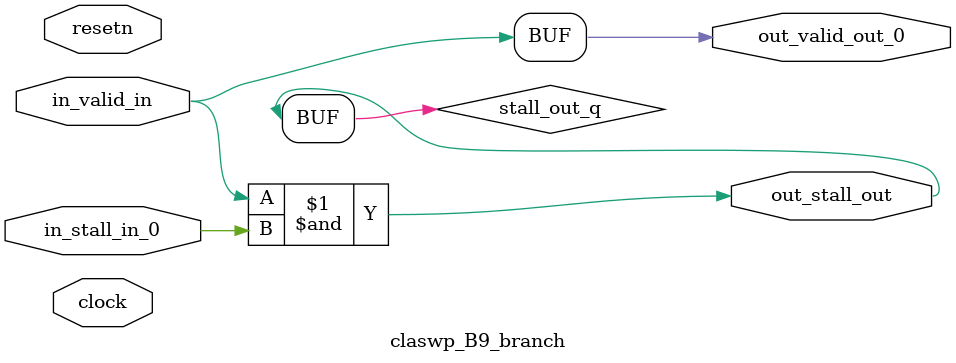
<source format=sv>



(* altera_attribute = "-name AUTO_SHIFT_REGISTER_RECOGNITION OFF; -name MESSAGE_DISABLE 10036; -name MESSAGE_DISABLE 10037; -name MESSAGE_DISABLE 14130; -name MESSAGE_DISABLE 14320; -name MESSAGE_DISABLE 15400; -name MESSAGE_DISABLE 14130; -name MESSAGE_DISABLE 10036; -name MESSAGE_DISABLE 12020; -name MESSAGE_DISABLE 12030; -name MESSAGE_DISABLE 12010; -name MESSAGE_DISABLE 12110; -name MESSAGE_DISABLE 14320; -name MESSAGE_DISABLE 13410; -name MESSAGE_DISABLE 113007; -name MESSAGE_DISABLE 10958" *)
module claswp_B9_branch (
    input wire [0:0] in_stall_in_0,
    input wire [0:0] in_valid_in,
    output wire [0:0] out_stall_out,
    output wire [0:0] out_valid_out_0,
    input wire clock,
    input wire resetn
    );

    wire [0:0] stall_out_q;


    // stall_out(LOGICAL,6)
    assign stall_out_q = in_valid_in & in_stall_in_0;

    // out_stall_out(GPOUT,4)
    assign out_stall_out = stall_out_q;

    // out_valid_out_0(GPOUT,5)
    assign out_valid_out_0 = in_valid_in;

endmodule

</source>
